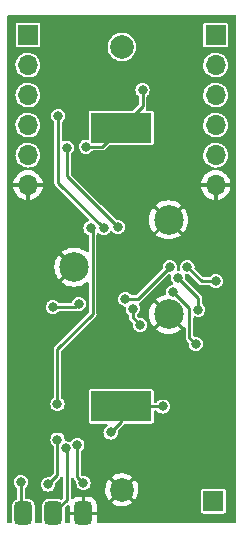
<source format=gbr>
%TF.GenerationSoftware,KiCad,Pcbnew,(6.0.0)*%
%TF.CreationDate,2022-02-07T22:14:36+01:00*%
%TF.ProjectId,LoraTrigger,4c6f7261-5472-4696-9767-65722e6b6963,rev?*%
%TF.SameCoordinates,Original*%
%TF.FileFunction,Copper,L2,Bot*%
%TF.FilePolarity,Positive*%
%FSLAX46Y46*%
G04 Gerber Fmt 4.6, Leading zero omitted, Abs format (unit mm)*
G04 Created by KiCad (PCBNEW (6.0.0)) date 2022-02-07 22:14:36*
%MOMM*%
%LPD*%
G01*
G04 APERTURE LIST*
G04 Aperture macros list*
%AMRoundRect*
0 Rectangle with rounded corners*
0 $1 Rounding radius*
0 $2 $3 $4 $5 $6 $7 $8 $9 X,Y pos of 4 corners*
0 Add a 4 corners polygon primitive as box body*
4,1,4,$2,$3,$4,$5,$6,$7,$8,$9,$2,$3,0*
0 Add four circle primitives for the rounded corners*
1,1,$1+$1,$2,$3*
1,1,$1+$1,$4,$5*
1,1,$1+$1,$6,$7*
1,1,$1+$1,$8,$9*
0 Add four rect primitives between the rounded corners*
20,1,$1+$1,$2,$3,$4,$5,0*
20,1,$1+$1,$4,$5,$6,$7,0*
20,1,$1+$1,$6,$7,$8,$9,0*
20,1,$1+$1,$8,$9,$2,$3,0*%
G04 Aperture macros list end*
%TA.AperFunction,ComponentPad*%
%ADD10R,1.700000X1.700000*%
%TD*%
%TA.AperFunction,ConnectorPad*%
%ADD11RoundRect,0.375000X-0.375000X-0.625000X0.375000X-0.625000X0.375000X0.625000X-0.375000X0.625000X0*%
%TD*%
%TA.AperFunction,ComponentPad*%
%ADD12C,2.000000*%
%TD*%
%TA.AperFunction,ComponentPad*%
%ADD13O,1.700000X1.700000*%
%TD*%
%TA.AperFunction,SMDPad,CuDef*%
%ADD14R,5.100000X2.500000*%
%TD*%
%TA.AperFunction,SMDPad,CuDef*%
%ADD15C,2.500000*%
%TD*%
%TA.AperFunction,ViaPad*%
%ADD16C,0.800000*%
%TD*%
%TA.AperFunction,Conductor*%
%ADD17C,0.250000*%
%TD*%
G04 APERTURE END LIST*
D10*
X116205000Y-80518000D03*
D11*
X100110000Y-81552000D03*
X102650000Y-81552000D03*
X105190000Y-81552000D03*
D12*
X108450000Y-42050000D03*
X108450000Y-79550000D03*
D10*
X100500000Y-41050000D03*
D13*
X100500000Y-43590000D03*
X100500000Y-46130000D03*
X100500000Y-48670000D03*
X100500000Y-51210000D03*
X100500000Y-53750000D03*
D10*
X116400000Y-41050000D03*
D13*
X116400000Y-43590000D03*
X116400000Y-46130000D03*
X116400000Y-48670000D03*
X116400000Y-51210000D03*
X116400000Y-53750000D03*
D14*
X108400000Y-72500000D03*
X108400000Y-48900000D03*
D15*
X112400000Y-56700000D03*
X112400000Y-64700000D03*
X104400000Y-60700000D03*
D16*
X112500000Y-60700000D03*
X108750682Y-63421897D03*
X102600000Y-64100000D03*
X104800701Y-63800701D03*
X112800000Y-62800000D03*
X114700000Y-67200000D03*
X109437701Y-46837701D03*
X100800000Y-61700000D03*
X102100000Y-59300000D03*
X114700000Y-48800000D03*
X109300000Y-44000000D03*
X101875500Y-77618230D03*
X114600000Y-75100000D03*
X103700000Y-42100000D03*
X114800000Y-44600000D03*
X117300000Y-56300000D03*
X107500000Y-74700000D03*
X111900000Y-72500000D03*
X110200000Y-45700000D03*
X105400000Y-50500000D03*
X99900000Y-78900000D03*
X103055718Y-47899248D03*
X106900000Y-57400000D03*
X103800000Y-50600000D03*
X108100000Y-57300000D03*
X109365347Y-64210055D03*
X105200000Y-79000000D03*
X104679236Y-75758471D03*
X110000000Y-65600000D03*
X116400000Y-61900000D03*
X114000000Y-60700000D03*
X113200000Y-61600000D03*
X114900000Y-64300000D03*
X103724500Y-76054246D03*
X103000000Y-72300000D03*
X102200000Y-79100000D03*
X103000000Y-75300000D03*
X105800000Y-57400000D03*
D17*
X112500000Y-60700000D02*
X109778103Y-63421897D01*
X109778103Y-63421897D02*
X108750682Y-63421897D01*
X104501402Y-64100000D02*
X104800701Y-63800701D01*
X102600000Y-64100000D02*
X104501402Y-64100000D01*
X114175499Y-64175499D02*
X114175499Y-66675499D01*
X112800000Y-62800000D02*
X114175499Y-64175499D01*
X114175499Y-66675499D02*
X114700000Y-67200000D01*
X100110000Y-81552000D02*
X99900000Y-81342000D01*
X108400000Y-72500000D02*
X108400000Y-73800000D01*
X106800000Y-50500000D02*
X105400000Y-50500000D01*
X108400000Y-72500000D02*
X111900000Y-72500000D01*
X108400000Y-48900000D02*
X106800000Y-50500000D01*
X99900000Y-81342000D02*
X99900000Y-78900000D01*
X110200000Y-47100000D02*
X110200000Y-45700000D01*
X108400000Y-73800000D02*
X107500000Y-74700000D01*
X108400000Y-48900000D02*
X110200000Y-47100000D01*
X103055718Y-53555718D02*
X103055718Y-47899248D01*
X106900000Y-57400000D02*
X103055718Y-53555718D01*
X108100000Y-57300000D02*
X103800000Y-53000000D01*
X103800000Y-53000000D02*
X103800000Y-50600000D01*
X109365347Y-64965347D02*
X110000000Y-65600000D01*
X104679236Y-78479236D02*
X104679236Y-75758471D01*
X109365347Y-64210055D02*
X109365347Y-64965347D01*
X105200000Y-79000000D02*
X104679236Y-78479236D01*
X115200000Y-61900000D02*
X116400000Y-61900000D01*
X114000000Y-60700000D02*
X115200000Y-61900000D01*
X113200000Y-61600000D02*
X114900000Y-63300000D01*
X114900000Y-63300000D02*
X114900000Y-64300000D01*
X103799502Y-80402498D02*
X103799502Y-76129248D01*
X102650000Y-81552000D02*
X103799502Y-80402498D01*
X103799502Y-76129248D02*
X103724500Y-76054246D01*
X103000000Y-78300000D02*
X103000000Y-75300000D01*
X102200000Y-79100000D02*
X103000000Y-78300000D01*
X105974511Y-57574511D02*
X105974511Y-64674511D01*
X105974511Y-64674511D02*
X103000000Y-67649022D01*
X105800000Y-57400000D02*
X105974511Y-57574511D01*
X103000000Y-67649022D02*
X103000000Y-72300000D01*
%TA.AperFunction,Conductor*%
G36*
X118092121Y-39336002D02*
G01*
X118138614Y-39389658D01*
X118150000Y-39442000D01*
X118150000Y-82274000D01*
X118129998Y-82342121D01*
X118076342Y-82388614D01*
X118024000Y-82400000D01*
X106465511Y-82400000D01*
X106397390Y-82379998D01*
X106350897Y-82326342D01*
X106342227Y-82266784D01*
X106339735Y-82266640D01*
X106339895Y-82263867D01*
X106340000Y-82260220D01*
X106340000Y-81720115D01*
X106335525Y-81704876D01*
X106334135Y-81703671D01*
X106326452Y-81702000D01*
X104058115Y-81702000D01*
X104042876Y-81706475D01*
X104041671Y-81707865D01*
X104040000Y-81715548D01*
X104040000Y-82260220D01*
X104040105Y-82263867D01*
X104040265Y-82266640D01*
X104037754Y-82266785D01*
X104028918Y-82326745D01*
X103982236Y-82380237D01*
X103914489Y-82400000D01*
X103719783Y-82400000D01*
X103651662Y-82379998D01*
X103605169Y-82326342D01*
X103594861Y-82257554D01*
X103599962Y-82218807D01*
X103599962Y-82218806D01*
X103600500Y-82214720D01*
X103600500Y-81114017D01*
X103620502Y-81045896D01*
X103637405Y-81024922D01*
X103824905Y-80837422D01*
X103887217Y-80803396D01*
X103958032Y-80808461D01*
X104014868Y-80851008D01*
X104039679Y-80917528D01*
X104040000Y-80926517D01*
X104040000Y-81383885D01*
X104044475Y-81399124D01*
X104045865Y-81400329D01*
X104053548Y-81402000D01*
X105021885Y-81402000D01*
X105037124Y-81397525D01*
X105038329Y-81396135D01*
X105040000Y-81388452D01*
X105040000Y-81383885D01*
X105340000Y-81383885D01*
X105344475Y-81399124D01*
X105345865Y-81400329D01*
X105353548Y-81402000D01*
X106321885Y-81402000D01*
X106337124Y-81397525D01*
X106338329Y-81396135D01*
X106340000Y-81388452D01*
X106340000Y-81387748D01*
X115154500Y-81387748D01*
X115155707Y-81393816D01*
X115157003Y-81400329D01*
X115166133Y-81446231D01*
X115210448Y-81512552D01*
X115276769Y-81556867D01*
X115288938Y-81559288D01*
X115288939Y-81559288D01*
X115329184Y-81567293D01*
X115335252Y-81568500D01*
X117074748Y-81568500D01*
X117080816Y-81567293D01*
X117121061Y-81559288D01*
X117121062Y-81559288D01*
X117133231Y-81556867D01*
X117199552Y-81512552D01*
X117243867Y-81446231D01*
X117252998Y-81400329D01*
X117254293Y-81393816D01*
X117255500Y-81387748D01*
X117255500Y-79648252D01*
X117248940Y-79615272D01*
X117246288Y-79601939D01*
X117246288Y-79601938D01*
X117243867Y-79589769D01*
X117199552Y-79523448D01*
X117133231Y-79479133D01*
X117121062Y-79476712D01*
X117121061Y-79476712D01*
X117080816Y-79468707D01*
X117074748Y-79467500D01*
X115335252Y-79467500D01*
X115329184Y-79468707D01*
X115288939Y-79476712D01*
X115288938Y-79476712D01*
X115276769Y-79479133D01*
X115210448Y-79523448D01*
X115166133Y-79589769D01*
X115163712Y-79601938D01*
X115163712Y-79601939D01*
X115161060Y-79615272D01*
X115154500Y-79648252D01*
X115154500Y-81387748D01*
X106340000Y-81387748D01*
X106340000Y-80843780D01*
X106339950Y-80842045D01*
X106338535Y-80832161D01*
X106302207Y-80674807D01*
X106297557Y-80661604D01*
X106287577Y-80640960D01*
X107577206Y-80640960D01*
X107584350Y-80651020D01*
X107640267Y-80697443D01*
X107648698Y-80703348D01*
X107838549Y-80814288D01*
X107847832Y-80818735D01*
X108053243Y-80897174D01*
X108063141Y-80900050D01*
X108278605Y-80943886D01*
X108288833Y-80945105D01*
X108508562Y-80953163D01*
X108518848Y-80952696D01*
X108736946Y-80924757D01*
X108747024Y-80922615D01*
X108957625Y-80859431D01*
X108967223Y-80855670D01*
X109164682Y-80758936D01*
X109173520Y-80753667D01*
X109315206Y-80652604D01*
X109323606Y-80641904D01*
X109316619Y-80628751D01*
X108462812Y-79774944D01*
X108448868Y-79767330D01*
X108447035Y-79767461D01*
X108440420Y-79771712D01*
X107584465Y-80627667D01*
X107577206Y-80640960D01*
X106287577Y-80640960D01*
X106228016Y-80517752D01*
X106220555Y-80505904D01*
X106120864Y-80381023D01*
X106110977Y-80371136D01*
X105986096Y-80271445D01*
X105974248Y-80263984D01*
X105830396Y-80194443D01*
X105817193Y-80189793D01*
X105659839Y-80153465D01*
X105649955Y-80152050D01*
X105648220Y-80152000D01*
X105358115Y-80152000D01*
X105342876Y-80156475D01*
X105341671Y-80157865D01*
X105340000Y-80165548D01*
X105340000Y-81383885D01*
X105040000Y-81383885D01*
X105040000Y-80170115D01*
X105035525Y-80154876D01*
X105034135Y-80153671D01*
X105026452Y-80152000D01*
X104731780Y-80152000D01*
X104730045Y-80152050D01*
X104720161Y-80153465D01*
X104562807Y-80189793D01*
X104549604Y-80194443D01*
X104405752Y-80263984D01*
X104393904Y-80271445D01*
X104329611Y-80322769D01*
X104263894Y-80349636D01*
X104194084Y-80336709D01*
X104142345Y-80288092D01*
X104125002Y-80224297D01*
X104125002Y-78631853D01*
X104145004Y-78563732D01*
X104198660Y-78517239D01*
X104268934Y-78507135D01*
X104333514Y-78536629D01*
X104367553Y-78586072D01*
X104368648Y-78592281D01*
X104374159Y-78601826D01*
X104375351Y-78605102D01*
X104376828Y-78608270D01*
X104379682Y-78618920D01*
X104386006Y-78627951D01*
X104401291Y-78649780D01*
X104407197Y-78659051D01*
X104414511Y-78671718D01*
X104426042Y-78691691D01*
X104454918Y-78715921D01*
X104463021Y-78723347D01*
X104567291Y-78827617D01*
X104601317Y-78889929D01*
X104603118Y-78933157D01*
X104594318Y-79000000D01*
X104614956Y-79156762D01*
X104675464Y-79302841D01*
X104771718Y-79428282D01*
X104897159Y-79524536D01*
X105043238Y-79585044D01*
X105200000Y-79605682D01*
X105208188Y-79604604D01*
X105348574Y-79586122D01*
X105356762Y-79585044D01*
X105502841Y-79524536D01*
X105507666Y-79520834D01*
X107045918Y-79520834D01*
X107058575Y-79740341D01*
X107060011Y-79750562D01*
X107108349Y-79965050D01*
X107111428Y-79974878D01*
X107194153Y-80178605D01*
X107198796Y-80187796D01*
X107313688Y-80375282D01*
X107319764Y-80383584D01*
X107347135Y-80415182D01*
X107360219Y-80423593D01*
X107370192Y-80417676D01*
X108225056Y-79562812D01*
X108231434Y-79551132D01*
X108667330Y-79551132D01*
X108667461Y-79552965D01*
X108671712Y-79559580D01*
X109529073Y-80416941D01*
X109541083Y-80423500D01*
X109552823Y-80414532D01*
X109651129Y-80277723D01*
X109656440Y-80268885D01*
X109753854Y-80071782D01*
X109757653Y-80062187D01*
X109821568Y-79851821D01*
X109823747Y-79841740D01*
X109852684Y-79621945D01*
X109853203Y-79615272D01*
X109854716Y-79553365D01*
X109854522Y-79546646D01*
X109836359Y-79325721D01*
X109834674Y-79315541D01*
X109781111Y-79102300D01*
X109777786Y-79092534D01*
X109690118Y-78890911D01*
X109685240Y-78881814D01*
X109565818Y-78697214D01*
X109559526Y-78689044D01*
X109554358Y-78683364D01*
X109540793Y-78675105D01*
X109540538Y-78675111D01*
X109531523Y-78680609D01*
X108674944Y-79537188D01*
X108667330Y-79551132D01*
X108231434Y-79551132D01*
X108232670Y-79548868D01*
X108232539Y-79547035D01*
X108228288Y-79540420D01*
X107369268Y-78681400D01*
X107357732Y-78675100D01*
X107345449Y-78684723D01*
X107231447Y-78851842D01*
X107226359Y-78860798D01*
X107133786Y-79060231D01*
X107130223Y-79069918D01*
X107071467Y-79281783D01*
X107069536Y-79291904D01*
X107046169Y-79510546D01*
X107045918Y-79520834D01*
X105507666Y-79520834D01*
X105628282Y-79428282D01*
X105724536Y-79302841D01*
X105785044Y-79156762D01*
X105805682Y-79000000D01*
X105785044Y-78843238D01*
X105724536Y-78697159D01*
X105628282Y-78571718D01*
X105617875Y-78563732D01*
X105545299Y-78508043D01*
X105502841Y-78475464D01*
X105464301Y-78459500D01*
X107577218Y-78459500D01*
X107583964Y-78471832D01*
X108437188Y-79325056D01*
X108451132Y-79332670D01*
X108452965Y-79332539D01*
X108459580Y-79328288D01*
X109315471Y-78472397D01*
X109322492Y-78459540D01*
X109314719Y-78448873D01*
X109231460Y-78383118D01*
X109222876Y-78377415D01*
X109030393Y-78271158D01*
X109020981Y-78266928D01*
X108813725Y-78193534D01*
X108803755Y-78190900D01*
X108587293Y-78152344D01*
X108577039Y-78151374D01*
X108357176Y-78148687D01*
X108346891Y-78149407D01*
X108129553Y-78182664D01*
X108119526Y-78185053D01*
X107910538Y-78253360D01*
X107901029Y-78257357D01*
X107706009Y-78358879D01*
X107697274Y-78364380D01*
X107585672Y-78448174D01*
X107577218Y-78459500D01*
X105464301Y-78459500D01*
X105356762Y-78414956D01*
X105342247Y-78413045D01*
X105208188Y-78395396D01*
X105200000Y-78394318D01*
X105147181Y-78401272D01*
X105077034Y-78390333D01*
X105023935Y-78343205D01*
X105004736Y-78276350D01*
X105004736Y-76327757D01*
X105024738Y-76259636D01*
X105054032Y-76227794D01*
X105100972Y-76191776D01*
X105107518Y-76186753D01*
X105203772Y-76061312D01*
X105264280Y-75915233D01*
X105284918Y-75758471D01*
X105264280Y-75601709D01*
X105203772Y-75455630D01*
X105107518Y-75330189D01*
X104982077Y-75233935D01*
X104835998Y-75173427D01*
X104679236Y-75152789D01*
X104522474Y-75173427D01*
X104376395Y-75233935D01*
X104250954Y-75330189D01*
X104154700Y-75455630D01*
X104151711Y-75462846D01*
X104100480Y-75511698D01*
X104030767Y-75525137D01*
X103994522Y-75516116D01*
X103888891Y-75472362D01*
X103881262Y-75469202D01*
X103724500Y-75448564D01*
X103724555Y-75448144D01*
X103661536Y-75429640D01*
X103615043Y-75375984D01*
X103606119Y-75316446D01*
X103604604Y-75316446D01*
X103604604Y-75308188D01*
X103605682Y-75300000D01*
X103585044Y-75143238D01*
X103524536Y-74997159D01*
X103428282Y-74871718D01*
X103302841Y-74775464D01*
X103156762Y-74714956D01*
X103000000Y-74694318D01*
X102843238Y-74714956D01*
X102697159Y-74775464D01*
X102571718Y-74871718D01*
X102475464Y-74997159D01*
X102414956Y-75143238D01*
X102394318Y-75300000D01*
X102414956Y-75456762D01*
X102475464Y-75602841D01*
X102571718Y-75728282D01*
X102578264Y-75733305D01*
X102625204Y-75769323D01*
X102667071Y-75826661D01*
X102674500Y-75869286D01*
X102674500Y-78112984D01*
X102654498Y-78181105D01*
X102637595Y-78202079D01*
X102372383Y-78467291D01*
X102310071Y-78501317D01*
X102266843Y-78503118D01*
X102200000Y-78494318D01*
X102043238Y-78514956D01*
X101897159Y-78575464D01*
X101771718Y-78671718D01*
X101675464Y-78797159D01*
X101614956Y-78943238D01*
X101594318Y-79100000D01*
X101614956Y-79256762D01*
X101675464Y-79402841D01*
X101771718Y-79528282D01*
X101778264Y-79533305D01*
X101787537Y-79540420D01*
X101897159Y-79624536D01*
X102043238Y-79685044D01*
X102200000Y-79705682D01*
X102208188Y-79704604D01*
X102348574Y-79686122D01*
X102356762Y-79685044D01*
X102502841Y-79624536D01*
X102612463Y-79540420D01*
X102621736Y-79533305D01*
X102628282Y-79528282D01*
X102724536Y-79402841D01*
X102785044Y-79256762D01*
X102805682Y-79100000D01*
X102796882Y-79033157D01*
X102807821Y-78963010D01*
X102832709Y-78927617D01*
X103216215Y-78544111D01*
X103224319Y-78536684D01*
X103244748Y-78519542D01*
X103253194Y-78512455D01*
X103255140Y-78509084D01*
X103310588Y-78472193D01*
X103381576Y-78471065D01*
X103441904Y-78508496D01*
X103472419Y-78572600D01*
X103474002Y-78592510D01*
X103474002Y-80215481D01*
X103454000Y-80283602D01*
X103437097Y-80304576D01*
X103376277Y-80365396D01*
X103313965Y-80399422D01*
X103238964Y-80392710D01*
X103182865Y-80369473D01*
X103175236Y-80366313D01*
X103167048Y-80365235D01*
X103066807Y-80352038D01*
X103066806Y-80352038D01*
X103062720Y-80351500D01*
X102237280Y-80351500D01*
X102233194Y-80352038D01*
X102233193Y-80352038D01*
X102132952Y-80365235D01*
X102124764Y-80366313D01*
X101984767Y-80424302D01*
X101864549Y-80516549D01*
X101772302Y-80636767D01*
X101714313Y-80776764D01*
X101699500Y-80889280D01*
X101699500Y-82214720D01*
X101700038Y-82218806D01*
X101700038Y-82218807D01*
X101705139Y-82257554D01*
X101694199Y-82327703D01*
X101647071Y-82380801D01*
X101580217Y-82400000D01*
X101179783Y-82400000D01*
X101111662Y-82379998D01*
X101065169Y-82326342D01*
X101054861Y-82257554D01*
X101059962Y-82218807D01*
X101059962Y-82218806D01*
X101060500Y-82214720D01*
X101060500Y-80889280D01*
X101045687Y-80776764D01*
X100987698Y-80636767D01*
X100895451Y-80516549D01*
X100775233Y-80424302D01*
X100635236Y-80366313D01*
X100627048Y-80365235D01*
X100526807Y-80352038D01*
X100526806Y-80352038D01*
X100522720Y-80351500D01*
X100351500Y-80351500D01*
X100283379Y-80331498D01*
X100236886Y-80277842D01*
X100225500Y-80225500D01*
X100225500Y-79469286D01*
X100245502Y-79401165D01*
X100274796Y-79369323D01*
X100321736Y-79333305D01*
X100328282Y-79328282D01*
X100338059Y-79315541D01*
X100419509Y-79209392D01*
X100424536Y-79202841D01*
X100485044Y-79056762D01*
X100505682Y-78900000D01*
X100485044Y-78743238D01*
X100424536Y-78597159D01*
X100328282Y-78471718D01*
X100202841Y-78375464D01*
X100056762Y-78314956D01*
X99900000Y-78294318D01*
X99743238Y-78314956D01*
X99597159Y-78375464D01*
X99471718Y-78471718D01*
X99375464Y-78597159D01*
X99314956Y-78743238D01*
X99294318Y-78900000D01*
X99314956Y-79056762D01*
X99375464Y-79202841D01*
X99380491Y-79209392D01*
X99461942Y-79315541D01*
X99471718Y-79328282D01*
X99478264Y-79333305D01*
X99525204Y-79369323D01*
X99567071Y-79426661D01*
X99574500Y-79469286D01*
X99574500Y-80286374D01*
X99554498Y-80354495D01*
X99496718Y-80402783D01*
X99480305Y-80409582D01*
X99444767Y-80424302D01*
X99324549Y-80516549D01*
X99232302Y-80636767D01*
X99174313Y-80776764D01*
X99159500Y-80889280D01*
X99159500Y-82214720D01*
X99160038Y-82218806D01*
X99160038Y-82218807D01*
X99165139Y-82257554D01*
X99154199Y-82327703D01*
X99107071Y-82380801D01*
X99040217Y-82400000D01*
X98876000Y-82400000D01*
X98807879Y-82379998D01*
X98761386Y-82326342D01*
X98750000Y-82274000D01*
X98750000Y-73769748D01*
X105649500Y-73769748D01*
X105661133Y-73828231D01*
X105705448Y-73894552D01*
X105771769Y-73938867D01*
X105783938Y-73941288D01*
X105783939Y-73941288D01*
X105824184Y-73949293D01*
X105830252Y-73950500D01*
X107119153Y-73950500D01*
X107187274Y-73970502D01*
X107233767Y-74024158D01*
X107243871Y-74094432D01*
X107214377Y-74159012D01*
X107195857Y-74176463D01*
X107071718Y-74271718D01*
X106975464Y-74397159D01*
X106914956Y-74543238D01*
X106894318Y-74700000D01*
X106914956Y-74856762D01*
X106975464Y-75002841D01*
X107071718Y-75128282D01*
X107197159Y-75224536D01*
X107343238Y-75285044D01*
X107500000Y-75305682D01*
X107508188Y-75304604D01*
X107648574Y-75286122D01*
X107656762Y-75285044D01*
X107802841Y-75224536D01*
X107928282Y-75128282D01*
X108024536Y-75002841D01*
X108085044Y-74856762D01*
X108105682Y-74700000D01*
X108096882Y-74633158D01*
X108107821Y-74563011D01*
X108132709Y-74527617D01*
X108616228Y-74044099D01*
X108624332Y-74036673D01*
X108644750Y-74019540D01*
X108653194Y-74012455D01*
X108658705Y-74002910D01*
X108664916Y-73995508D01*
X108724026Y-73956182D01*
X108761437Y-73950500D01*
X110969748Y-73950500D01*
X110975816Y-73949293D01*
X111016061Y-73941288D01*
X111016062Y-73941288D01*
X111028231Y-73938867D01*
X111094552Y-73894552D01*
X111138867Y-73828231D01*
X111150500Y-73769748D01*
X111150500Y-72951500D01*
X111170502Y-72883379D01*
X111224158Y-72836886D01*
X111276500Y-72825500D01*
X111330714Y-72825500D01*
X111398835Y-72845502D01*
X111430677Y-72874796D01*
X111471718Y-72928282D01*
X111597159Y-73024536D01*
X111743238Y-73085044D01*
X111900000Y-73105682D01*
X111908188Y-73104604D01*
X112048574Y-73086122D01*
X112056762Y-73085044D01*
X112202841Y-73024536D01*
X112328282Y-72928282D01*
X112424536Y-72802841D01*
X112485044Y-72656762D01*
X112505682Y-72500000D01*
X112485044Y-72343238D01*
X112424536Y-72197159D01*
X112328282Y-72071718D01*
X112202841Y-71975464D01*
X112056762Y-71914956D01*
X111900000Y-71894318D01*
X111743238Y-71914956D01*
X111597159Y-71975464D01*
X111471718Y-72071718D01*
X111466695Y-72078264D01*
X111430677Y-72125204D01*
X111373339Y-72167071D01*
X111330714Y-72174500D01*
X111276500Y-72174500D01*
X111208379Y-72154498D01*
X111161886Y-72100842D01*
X111150500Y-72048500D01*
X111150500Y-71230252D01*
X111138867Y-71171769D01*
X111094552Y-71105448D01*
X111028231Y-71061133D01*
X111016062Y-71058712D01*
X111016061Y-71058712D01*
X110975816Y-71050707D01*
X110969748Y-71049500D01*
X105830252Y-71049500D01*
X105824184Y-71050707D01*
X105783939Y-71058712D01*
X105783938Y-71058712D01*
X105771769Y-71061133D01*
X105705448Y-71105448D01*
X105661133Y-71171769D01*
X105649500Y-71230252D01*
X105649500Y-73769748D01*
X98750000Y-73769748D01*
X98750000Y-72300000D01*
X102394318Y-72300000D01*
X102414956Y-72456762D01*
X102475464Y-72602841D01*
X102571718Y-72728282D01*
X102697159Y-72824536D01*
X102843238Y-72885044D01*
X103000000Y-72905682D01*
X103008188Y-72904604D01*
X103148574Y-72886122D01*
X103156762Y-72885044D01*
X103302841Y-72824536D01*
X103428282Y-72728282D01*
X103524536Y-72602841D01*
X103585044Y-72456762D01*
X103605682Y-72300000D01*
X103585044Y-72143238D01*
X103524536Y-71997159D01*
X103428282Y-71871718D01*
X103374796Y-71830677D01*
X103332929Y-71773339D01*
X103325500Y-71730714D01*
X103325500Y-67836038D01*
X103345502Y-67767917D01*
X103362405Y-67746943D01*
X106190726Y-64918622D01*
X106198830Y-64911195D01*
X106219260Y-64894052D01*
X106227705Y-64886966D01*
X106244045Y-64858664D01*
X106246550Y-64854326D01*
X106252456Y-64845055D01*
X106267741Y-64823226D01*
X106274065Y-64814195D01*
X106276919Y-64803545D01*
X106278396Y-64800377D01*
X106279588Y-64797101D01*
X106285099Y-64787556D01*
X106291641Y-64750453D01*
X106294020Y-64739721D01*
X106295320Y-64734871D01*
X106303775Y-64703318D01*
X106302177Y-64685044D01*
X106300490Y-64665768D01*
X106300011Y-64654787D01*
X106300011Y-63421897D01*
X108145000Y-63421897D01*
X108165638Y-63578659D01*
X108226146Y-63724738D01*
X108284434Y-63800701D01*
X108312103Y-63836759D01*
X108322400Y-63850179D01*
X108447841Y-63946433D01*
X108593920Y-64006941D01*
X108658204Y-64015404D01*
X108723131Y-64044126D01*
X108762223Y-64103391D01*
X108766680Y-64156771D01*
X108759665Y-64210055D01*
X108780303Y-64366817D01*
X108840811Y-64512896D01*
X108937065Y-64638337D01*
X108943611Y-64643360D01*
X108990551Y-64679378D01*
X109032418Y-64736716D01*
X109039847Y-64779341D01*
X109039847Y-64945637D01*
X109039367Y-64956619D01*
X109036083Y-64994154D01*
X109042504Y-65018116D01*
X109045838Y-65030557D01*
X109048217Y-65041289D01*
X109054759Y-65078392D01*
X109060270Y-65087937D01*
X109061462Y-65091213D01*
X109062939Y-65094381D01*
X109065793Y-65105031D01*
X109072117Y-65114062D01*
X109087402Y-65135891D01*
X109093308Y-65145162D01*
X109106640Y-65168253D01*
X109112153Y-65177802D01*
X109120598Y-65184888D01*
X109141029Y-65202032D01*
X109149132Y-65209458D01*
X109367291Y-65427617D01*
X109401317Y-65489929D01*
X109403118Y-65533157D01*
X109394318Y-65600000D01*
X109395396Y-65608188D01*
X109413351Y-65744567D01*
X109414956Y-65756762D01*
X109475464Y-65902841D01*
X109571718Y-66028282D01*
X109697159Y-66124536D01*
X109843238Y-66185044D01*
X110000000Y-66205682D01*
X110008188Y-66204604D01*
X110148574Y-66186122D01*
X110156762Y-66185044D01*
X110302841Y-66124536D01*
X110428282Y-66028282D01*
X110473941Y-65968778D01*
X111349499Y-65968778D01*
X111356286Y-65978479D01*
X111423390Y-66035790D01*
X111431372Y-66041590D01*
X111644379Y-66172121D01*
X111653173Y-66176602D01*
X111883972Y-66272202D01*
X111893357Y-66275251D01*
X112136272Y-66333570D01*
X112146019Y-66335113D01*
X112395070Y-66354714D01*
X112404930Y-66354714D01*
X112653981Y-66335113D01*
X112663728Y-66333570D01*
X112906643Y-66275251D01*
X112916028Y-66272202D01*
X113146827Y-66176602D01*
X113155621Y-66172121D01*
X113368628Y-66041590D01*
X113376610Y-66035790D01*
X113442144Y-65979820D01*
X113450574Y-65966906D01*
X113444567Y-65956699D01*
X112412812Y-64924944D01*
X112398868Y-64917330D01*
X112397035Y-64917461D01*
X112390420Y-64921712D01*
X111356891Y-65955241D01*
X111349499Y-65968778D01*
X110473941Y-65968778D01*
X110524536Y-65902841D01*
X110585044Y-65756762D01*
X110586650Y-65744567D01*
X110604604Y-65608188D01*
X110605682Y-65600000D01*
X110585044Y-65443238D01*
X110524536Y-65297159D01*
X110428282Y-65171718D01*
X110302841Y-65075464D01*
X110156762Y-65014956D01*
X110000000Y-64994318D01*
X109933157Y-65003118D01*
X109863010Y-64992179D01*
X109827617Y-64967291D01*
X109728324Y-64867998D01*
X109694298Y-64805686D01*
X109699363Y-64734871D01*
X109721499Y-64704930D01*
X110745286Y-64704930D01*
X110764887Y-64953981D01*
X110766430Y-64963728D01*
X110824749Y-65206643D01*
X110827798Y-65216028D01*
X110923398Y-65446827D01*
X110927879Y-65455621D01*
X111058410Y-65668628D01*
X111064210Y-65676610D01*
X111120180Y-65742144D01*
X111133094Y-65750574D01*
X111143301Y-65744567D01*
X112175056Y-64712812D01*
X112182670Y-64698868D01*
X112182539Y-64697035D01*
X112178288Y-64690420D01*
X111144759Y-63656891D01*
X111131222Y-63649499D01*
X111121521Y-63656286D01*
X111064210Y-63723390D01*
X111058410Y-63731372D01*
X110927879Y-63944379D01*
X110923398Y-63953173D01*
X110827798Y-64183972D01*
X110824749Y-64193357D01*
X110766430Y-64436272D01*
X110764887Y-64446019D01*
X110745286Y-64695070D01*
X110745286Y-64704930D01*
X109721499Y-64704930D01*
X109740714Y-64678941D01*
X109787082Y-64643361D01*
X109787083Y-64643360D01*
X109793629Y-64638337D01*
X109889883Y-64512896D01*
X109950391Y-64366817D01*
X109971029Y-64210055D01*
X109957006Y-64103542D01*
X109951469Y-64061481D01*
X109950391Y-64053293D01*
X109889883Y-63907214D01*
X109884856Y-63900662D01*
X109880726Y-63893509D01*
X109882563Y-63892449D01*
X109861035Y-63836759D01*
X109875301Y-63767210D01*
X109918706Y-63722761D01*
X109917788Y-63721450D01*
X109918067Y-63721255D01*
X109948647Y-63699842D01*
X109957918Y-63693936D01*
X109981009Y-63680604D01*
X109990558Y-63675091D01*
X110014788Y-63646214D01*
X110022214Y-63638112D01*
X112327617Y-61332709D01*
X112389929Y-61298683D01*
X112433157Y-61296882D01*
X112500000Y-61305682D01*
X112499747Y-61307603D01*
X112557653Y-61324606D01*
X112604146Y-61378262D01*
X112614454Y-61447050D01*
X112610345Y-61478264D01*
X112594318Y-61600000D01*
X112595396Y-61608188D01*
X112613351Y-61744567D01*
X112614956Y-61756762D01*
X112675464Y-61902841D01*
X112680491Y-61909392D01*
X112680493Y-61909396D01*
X112757172Y-62009327D01*
X112782772Y-62075547D01*
X112768507Y-62145096D01*
X112718906Y-62195891D01*
X112673654Y-62210952D01*
X112643238Y-62214956D01*
X112497159Y-62275464D01*
X112371718Y-62371718D01*
X112275464Y-62497159D01*
X112214956Y-62643238D01*
X112194318Y-62800000D01*
X112211229Y-62928446D01*
X112211733Y-62932277D01*
X112200794Y-63002426D01*
X112153666Y-63055525D01*
X112116225Y-63071243D01*
X111893357Y-63124749D01*
X111883972Y-63127798D01*
X111653173Y-63223398D01*
X111644379Y-63227879D01*
X111431372Y-63358410D01*
X111423390Y-63364210D01*
X111357856Y-63420180D01*
X111349426Y-63433094D01*
X111355433Y-63443301D01*
X113655241Y-65743109D01*
X113669185Y-65750723D01*
X113691091Y-65749157D01*
X113719054Y-65739739D01*
X113787907Y-65757052D01*
X113836470Y-65808842D01*
X113849999Y-65865642D01*
X113849999Y-66655789D01*
X113849519Y-66666771D01*
X113848319Y-66680491D01*
X113846235Y-66704306D01*
X113849089Y-66714955D01*
X113855990Y-66740709D01*
X113858369Y-66751441D01*
X113864911Y-66788544D01*
X113870422Y-66798089D01*
X113871614Y-66801365D01*
X113873091Y-66804533D01*
X113875945Y-66815183D01*
X113882269Y-66824214D01*
X113897554Y-66846043D01*
X113903460Y-66855314D01*
X113916792Y-66878405D01*
X113922305Y-66887954D01*
X113930750Y-66895040D01*
X113951180Y-66912183D01*
X113959284Y-66919610D01*
X114067291Y-67027617D01*
X114101317Y-67089929D01*
X114103118Y-67133157D01*
X114094318Y-67200000D01*
X114114956Y-67356762D01*
X114175464Y-67502841D01*
X114271718Y-67628282D01*
X114397159Y-67724536D01*
X114543238Y-67785044D01*
X114700000Y-67805682D01*
X114708188Y-67804604D01*
X114848574Y-67786122D01*
X114856762Y-67785044D01*
X115002841Y-67724536D01*
X115128282Y-67628282D01*
X115224536Y-67502841D01*
X115285044Y-67356762D01*
X115305682Y-67200000D01*
X115285044Y-67043238D01*
X115224536Y-66897159D01*
X115128282Y-66771718D01*
X115002841Y-66675464D01*
X114856762Y-66614956D01*
X114700000Y-66594318D01*
X114643444Y-66601764D01*
X114573297Y-66590825D01*
X114520198Y-66543697D01*
X114500999Y-66476842D01*
X114500999Y-64973278D01*
X114521001Y-64905157D01*
X114574657Y-64858664D01*
X114644931Y-64848560D01*
X114675217Y-64856869D01*
X114735608Y-64881884D01*
X114735611Y-64881885D01*
X114743238Y-64885044D01*
X114900000Y-64905682D01*
X114908188Y-64904604D01*
X115048574Y-64886122D01*
X115056762Y-64885044D01*
X115202841Y-64824536D01*
X115328282Y-64728282D01*
X115336783Y-64717204D01*
X115366143Y-64678941D01*
X115424536Y-64602841D01*
X115485044Y-64456762D01*
X115491677Y-64406383D01*
X115501943Y-64328397D01*
X115505682Y-64300000D01*
X115485044Y-64143238D01*
X115424536Y-63997159D01*
X115328282Y-63871718D01*
X115319650Y-63865094D01*
X115274796Y-63830677D01*
X115232929Y-63773339D01*
X115225500Y-63730714D01*
X115225500Y-63319710D01*
X115225980Y-63308728D01*
X115228303Y-63282180D01*
X115228303Y-63282178D01*
X115229264Y-63271193D01*
X115219508Y-63234785D01*
X115217130Y-63224058D01*
X115216206Y-63218817D01*
X115210588Y-63186955D01*
X115205077Y-63177410D01*
X115203885Y-63174134D01*
X115202408Y-63170966D01*
X115199554Y-63160316D01*
X115177945Y-63129456D01*
X115172039Y-63120185D01*
X115158707Y-63097094D01*
X115153194Y-63087545D01*
X115124317Y-63063315D01*
X115116215Y-63055889D01*
X113832709Y-61772383D01*
X113798683Y-61710071D01*
X113796882Y-61666842D01*
X113804604Y-61608188D01*
X113805682Y-61600000D01*
X113785044Y-61443238D01*
X113786873Y-61442997D01*
X113788317Y-61382334D01*
X113828112Y-61323539D01*
X113893377Y-61295592D01*
X113924779Y-61295779D01*
X114000000Y-61305682D01*
X114066842Y-61296882D01*
X114136989Y-61307821D01*
X114172383Y-61332709D01*
X114568119Y-61728446D01*
X114955901Y-62116228D01*
X114963327Y-62124331D01*
X114987545Y-62153194D01*
X114997088Y-62158704D01*
X114997092Y-62158707D01*
X115020179Y-62172036D01*
X115029448Y-62177940D01*
X115060316Y-62199554D01*
X115070964Y-62202407D01*
X115074135Y-62203886D01*
X115077411Y-62205078D01*
X115086955Y-62210588D01*
X115124076Y-62217134D01*
X115134783Y-62219508D01*
X115171193Y-62229263D01*
X115182168Y-62228303D01*
X115182170Y-62228303D01*
X115208731Y-62225979D01*
X115219712Y-62225500D01*
X115830714Y-62225500D01*
X115898835Y-62245502D01*
X115930677Y-62274796D01*
X115971718Y-62328282D01*
X116097159Y-62424536D01*
X116243238Y-62485044D01*
X116400000Y-62505682D01*
X116408188Y-62504604D01*
X116548574Y-62486122D01*
X116556762Y-62485044D01*
X116702841Y-62424536D01*
X116828282Y-62328282D01*
X116924536Y-62202841D01*
X116985044Y-62056762D01*
X117005682Y-61900000D01*
X116985044Y-61743238D01*
X116924536Y-61597159D01*
X116828282Y-61471718D01*
X116702841Y-61375464D01*
X116556762Y-61314956D01*
X116400000Y-61294318D01*
X116243238Y-61314956D01*
X116097159Y-61375464D01*
X115971718Y-61471718D01*
X115966695Y-61478264D01*
X115930677Y-61525204D01*
X115873339Y-61567071D01*
X115830714Y-61574500D01*
X115387018Y-61574500D01*
X115318897Y-61554498D01*
X115297923Y-61537596D01*
X114632709Y-60872383D01*
X114598684Y-60810070D01*
X114596882Y-60766840D01*
X114604604Y-60708187D01*
X114605682Y-60700000D01*
X114585044Y-60543238D01*
X114524536Y-60397159D01*
X114428282Y-60271718D01*
X114302841Y-60175464D01*
X114156762Y-60114956D01*
X114000000Y-60094318D01*
X113843238Y-60114956D01*
X113697159Y-60175464D01*
X113571718Y-60271718D01*
X113475464Y-60397159D01*
X113414956Y-60543238D01*
X113394318Y-60700000D01*
X113395396Y-60708187D01*
X113395396Y-60708188D01*
X113414956Y-60856762D01*
X113413127Y-60857003D01*
X113411683Y-60917666D01*
X113371888Y-60976461D01*
X113306623Y-61004408D01*
X113275221Y-61004221D01*
X113200000Y-60994318D01*
X113200253Y-60992397D01*
X113142347Y-60975394D01*
X113095854Y-60921738D01*
X113085546Y-60852950D01*
X113104604Y-60708188D01*
X113104604Y-60708187D01*
X113105682Y-60700000D01*
X113085044Y-60543238D01*
X113024536Y-60397159D01*
X112928282Y-60271718D01*
X112802841Y-60175464D01*
X112656762Y-60114956D01*
X112500000Y-60094318D01*
X112343238Y-60114956D01*
X112197159Y-60175464D01*
X112071718Y-60271718D01*
X111975464Y-60397159D01*
X111914956Y-60543238D01*
X111894318Y-60700000D01*
X111895396Y-60708187D01*
X111895396Y-60708188D01*
X111903118Y-60766842D01*
X111892179Y-60836990D01*
X111867291Y-60872383D01*
X109680182Y-63059492D01*
X109617870Y-63093518D01*
X109591087Y-63096397D01*
X109319968Y-63096397D01*
X109251847Y-63076395D01*
X109220005Y-63047101D01*
X109183987Y-63000161D01*
X109178964Y-62993615D01*
X109053523Y-62897361D01*
X108907444Y-62836853D01*
X108750682Y-62816215D01*
X108593920Y-62836853D01*
X108447841Y-62897361D01*
X108322400Y-62993615D01*
X108226146Y-63119056D01*
X108165638Y-63265135D01*
X108145000Y-63421897D01*
X106300011Y-63421897D01*
X106300011Y-57952030D01*
X106320013Y-57883909D01*
X106373669Y-57837416D01*
X106443943Y-57827312D01*
X106502716Y-57852067D01*
X106597159Y-57924536D01*
X106743238Y-57985044D01*
X106900000Y-58005682D01*
X106908188Y-58004604D01*
X107048574Y-57986122D01*
X107056762Y-57985044D01*
X107096032Y-57968778D01*
X111349499Y-57968778D01*
X111356286Y-57978479D01*
X111423390Y-58035790D01*
X111431372Y-58041590D01*
X111644379Y-58172121D01*
X111653173Y-58176602D01*
X111883972Y-58272202D01*
X111893357Y-58275251D01*
X112136272Y-58333570D01*
X112146019Y-58335113D01*
X112395070Y-58354714D01*
X112404930Y-58354714D01*
X112653981Y-58335113D01*
X112663728Y-58333570D01*
X112906643Y-58275251D01*
X112916028Y-58272202D01*
X113146827Y-58176602D01*
X113155621Y-58172121D01*
X113368628Y-58041590D01*
X113376610Y-58035790D01*
X113442144Y-57979820D01*
X113450574Y-57966906D01*
X113444567Y-57956699D01*
X112412812Y-56924944D01*
X112398868Y-56917330D01*
X112397035Y-56917461D01*
X112390420Y-56921712D01*
X111356891Y-57955241D01*
X111349499Y-57968778D01*
X107096032Y-57968778D01*
X107202841Y-57924536D01*
X107328282Y-57828282D01*
X107424536Y-57702841D01*
X107427478Y-57695739D01*
X107478669Y-57646927D01*
X107548382Y-57633489D01*
X107614293Y-57659875D01*
X107636370Y-57682216D01*
X107666692Y-57721733D01*
X107666695Y-57721736D01*
X107671718Y-57728282D01*
X107797159Y-57824536D01*
X107943238Y-57885044D01*
X108100000Y-57905682D01*
X108108188Y-57904604D01*
X108248574Y-57886122D01*
X108256762Y-57885044D01*
X108402841Y-57824536D01*
X108528282Y-57728282D01*
X108624536Y-57602841D01*
X108685044Y-57456762D01*
X108705682Y-57300000D01*
X108685044Y-57143238D01*
X108624536Y-56997159D01*
X108528282Y-56871718D01*
X108402841Y-56775464D01*
X108256762Y-56714956D01*
X108180607Y-56704930D01*
X110745286Y-56704930D01*
X110764887Y-56953981D01*
X110766430Y-56963728D01*
X110824749Y-57206643D01*
X110827798Y-57216028D01*
X110923398Y-57446827D01*
X110927879Y-57455621D01*
X111058410Y-57668628D01*
X111064210Y-57676610D01*
X111120180Y-57742144D01*
X111133094Y-57750574D01*
X111143301Y-57744567D01*
X112175056Y-56712812D01*
X112181434Y-56701132D01*
X112617330Y-56701132D01*
X112617461Y-56702965D01*
X112621712Y-56709580D01*
X113655241Y-57743109D01*
X113668778Y-57750501D01*
X113678479Y-57743714D01*
X113735790Y-57676610D01*
X113741590Y-57668628D01*
X113872121Y-57455621D01*
X113876602Y-57446827D01*
X113972202Y-57216028D01*
X113975251Y-57206643D01*
X114033570Y-56963728D01*
X114035113Y-56953981D01*
X114054714Y-56704930D01*
X114054714Y-56695070D01*
X114035113Y-56446019D01*
X114033570Y-56436272D01*
X113975251Y-56193357D01*
X113972202Y-56183972D01*
X113876602Y-55953173D01*
X113872121Y-55944379D01*
X113741590Y-55731372D01*
X113735790Y-55723390D01*
X113679820Y-55657856D01*
X113666906Y-55649426D01*
X113656699Y-55655433D01*
X112624944Y-56687188D01*
X112617330Y-56701132D01*
X112181434Y-56701132D01*
X112182670Y-56698868D01*
X112182539Y-56697035D01*
X112178288Y-56690420D01*
X111144759Y-55656891D01*
X111131222Y-55649499D01*
X111121521Y-55656286D01*
X111064210Y-55723390D01*
X111058410Y-55731372D01*
X110927879Y-55944379D01*
X110923398Y-55953173D01*
X110827798Y-56183972D01*
X110824749Y-56193357D01*
X110766430Y-56436272D01*
X110764887Y-56446019D01*
X110745286Y-56695070D01*
X110745286Y-56704930D01*
X108180607Y-56704930D01*
X108100000Y-56694318D01*
X108033159Y-56703118D01*
X107963011Y-56692179D01*
X107927618Y-56667291D01*
X106693421Y-55433094D01*
X111349426Y-55433094D01*
X111355433Y-55443301D01*
X112387188Y-56475056D01*
X112401132Y-56482670D01*
X112402965Y-56482539D01*
X112409580Y-56478288D01*
X113443109Y-55444759D01*
X113450501Y-55431222D01*
X113443714Y-55421521D01*
X113376610Y-55364210D01*
X113368628Y-55358410D01*
X113155621Y-55227879D01*
X113146827Y-55223398D01*
X112916028Y-55127798D01*
X112906643Y-55124749D01*
X112663728Y-55066430D01*
X112653981Y-55064887D01*
X112404930Y-55045286D01*
X112395070Y-55045286D01*
X112146019Y-55064887D01*
X112136272Y-55066430D01*
X111893357Y-55124749D01*
X111883972Y-55127798D01*
X111653173Y-55223398D01*
X111644379Y-55227879D01*
X111431372Y-55358410D01*
X111423390Y-55364210D01*
X111357856Y-55420180D01*
X111349426Y-55433094D01*
X106693421Y-55433094D01*
X105176599Y-53916273D01*
X115159772Y-53916273D01*
X115163809Y-53962411D01*
X115165710Y-53973197D01*
X115219474Y-54173848D01*
X115223220Y-54184140D01*
X115311007Y-54372400D01*
X115316490Y-54381896D01*
X115435628Y-54552043D01*
X115442684Y-54560451D01*
X115589549Y-54707316D01*
X115597957Y-54714372D01*
X115768104Y-54833510D01*
X115777599Y-54838993D01*
X115965860Y-54926780D01*
X115976152Y-54930526D01*
X116176803Y-54984290D01*
X116187589Y-54986191D01*
X116231952Y-54990073D01*
X116246901Y-54987069D01*
X116250000Y-54975317D01*
X116250000Y-54973537D01*
X116550000Y-54973537D01*
X116554295Y-54988165D01*
X116566273Y-54990228D01*
X116612411Y-54986191D01*
X116623197Y-54984290D01*
X116823848Y-54930526D01*
X116834140Y-54926780D01*
X117022401Y-54838993D01*
X117031896Y-54833510D01*
X117202043Y-54714372D01*
X117210451Y-54707316D01*
X117357316Y-54560451D01*
X117364372Y-54552043D01*
X117483510Y-54381896D01*
X117488993Y-54372400D01*
X117576780Y-54184140D01*
X117580526Y-54173848D01*
X117634290Y-53973197D01*
X117636191Y-53962411D01*
X117640073Y-53918048D01*
X117637069Y-53903099D01*
X117625317Y-53900000D01*
X116568115Y-53900000D01*
X116552876Y-53904475D01*
X116551671Y-53905865D01*
X116550000Y-53913548D01*
X116550000Y-54973537D01*
X116250000Y-54973537D01*
X116250000Y-53918115D01*
X116245525Y-53902876D01*
X116244135Y-53901671D01*
X116236452Y-53900000D01*
X115176463Y-53900000D01*
X115161835Y-53904295D01*
X115159772Y-53916273D01*
X105176599Y-53916273D01*
X104842278Y-53581952D01*
X115159927Y-53581952D01*
X115162931Y-53596901D01*
X115174683Y-53600000D01*
X117623537Y-53600000D01*
X117638165Y-53595705D01*
X117640228Y-53583727D01*
X117636191Y-53537589D01*
X117634290Y-53526803D01*
X117580526Y-53326152D01*
X117576780Y-53315860D01*
X117488993Y-53127600D01*
X117483510Y-53118104D01*
X117364372Y-52947957D01*
X117357316Y-52939549D01*
X117210451Y-52792684D01*
X117202043Y-52785628D01*
X117031896Y-52666490D01*
X117022401Y-52661007D01*
X116834140Y-52573220D01*
X116823848Y-52569474D01*
X116623204Y-52515712D01*
X116612397Y-52513807D01*
X116518429Y-52505585D01*
X116452311Y-52479722D01*
X116410671Y-52422218D01*
X116406731Y-52351331D01*
X116441741Y-52289567D01*
X116504585Y-52256535D01*
X116519741Y-52254437D01*
X116539436Y-52252921D01*
X116577159Y-52250019D01*
X116577164Y-52250018D01*
X116583300Y-52249546D01*
X116589230Y-52247890D01*
X116589232Y-52247890D01*
X116775797Y-52195800D01*
X116775796Y-52195800D01*
X116781725Y-52194145D01*
X116787214Y-52191372D01*
X116787220Y-52191370D01*
X116960116Y-52104033D01*
X116965610Y-52101258D01*
X117127951Y-51974424D01*
X117262564Y-51818472D01*
X117283387Y-51781818D01*
X117361276Y-51644707D01*
X117364323Y-51639344D01*
X117429351Y-51443863D01*
X117455171Y-51239474D01*
X117455583Y-51210000D01*
X117435480Y-51004970D01*
X117375935Y-50807749D01*
X117279218Y-50625849D01*
X117169900Y-50491812D01*
X117152906Y-50470975D01*
X117152903Y-50470972D01*
X117149011Y-50466200D01*
X117131786Y-50451950D01*
X116995025Y-50338811D01*
X116995021Y-50338809D01*
X116990275Y-50334882D01*
X116809055Y-50236897D01*
X116612254Y-50175977D01*
X116606129Y-50175333D01*
X116606128Y-50175333D01*
X116413498Y-50155087D01*
X116413496Y-50155087D01*
X116407369Y-50154443D01*
X116320529Y-50162346D01*
X116208342Y-50172555D01*
X116208339Y-50172556D01*
X116202203Y-50173114D01*
X116004572Y-50231280D01*
X115822002Y-50326726D01*
X115817201Y-50330586D01*
X115817198Y-50330588D01*
X115791281Y-50351426D01*
X115661447Y-50455815D01*
X115529024Y-50613630D01*
X115526056Y-50619028D01*
X115526053Y-50619033D01*
X115470486Y-50720110D01*
X115429776Y-50794162D01*
X115367484Y-50990532D01*
X115366798Y-50996649D01*
X115366797Y-50996653D01*
X115354689Y-51104604D01*
X115344520Y-51195262D01*
X115361759Y-51400553D01*
X115418544Y-51598586D01*
X115421359Y-51604063D01*
X115421360Y-51604066D01*
X115442247Y-51644707D01*
X115512712Y-51781818D01*
X115640677Y-51943270D01*
X115797564Y-52076791D01*
X115977398Y-52177297D01*
X116072238Y-52208112D01*
X116167471Y-52239056D01*
X116167475Y-52239057D01*
X116173329Y-52240959D01*
X116288491Y-52254691D01*
X116353762Y-52282617D01*
X116393576Y-52341400D01*
X116395288Y-52412376D01*
X116358357Y-52473010D01*
X116294506Y-52504053D01*
X116284553Y-52505324D01*
X116187603Y-52513807D01*
X116176796Y-52515712D01*
X115976152Y-52569474D01*
X115965860Y-52573220D01*
X115777600Y-52661007D01*
X115768104Y-52666490D01*
X115597957Y-52785628D01*
X115589549Y-52792684D01*
X115442684Y-52939549D01*
X115435628Y-52947957D01*
X115316490Y-53118104D01*
X115311007Y-53127600D01*
X115223220Y-53315860D01*
X115219474Y-53326152D01*
X115165710Y-53526803D01*
X115163809Y-53537589D01*
X115159927Y-53581952D01*
X104842278Y-53581952D01*
X104162405Y-52902079D01*
X104128379Y-52839767D01*
X104125500Y-52812984D01*
X104125500Y-51169286D01*
X104145502Y-51101165D01*
X104174796Y-51069323D01*
X104221736Y-51033305D01*
X104228282Y-51028282D01*
X104324536Y-50902841D01*
X104385044Y-50756762D01*
X104405682Y-50600000D01*
X104392517Y-50500000D01*
X104794318Y-50500000D01*
X104814956Y-50656762D01*
X104875464Y-50802841D01*
X104971718Y-50928282D01*
X105097159Y-51024536D01*
X105243238Y-51085044D01*
X105400000Y-51105682D01*
X105408188Y-51104604D01*
X105548574Y-51086122D01*
X105556762Y-51085044D01*
X105702841Y-51024536D01*
X105828282Y-50928282D01*
X105847804Y-50902841D01*
X105869323Y-50874796D01*
X105926661Y-50832929D01*
X105969286Y-50825500D01*
X106780290Y-50825500D01*
X106791272Y-50825980D01*
X106817820Y-50828303D01*
X106817822Y-50828303D01*
X106828807Y-50829264D01*
X106865215Y-50819508D01*
X106875942Y-50817130D01*
X106879301Y-50816538D01*
X106913045Y-50810588D01*
X106922590Y-50805077D01*
X106925866Y-50803885D01*
X106929034Y-50802408D01*
X106939684Y-50799554D01*
X106970544Y-50777945D01*
X106979815Y-50772039D01*
X107002906Y-50758707D01*
X107012455Y-50753194D01*
X107036685Y-50724317D01*
X107044111Y-50716215D01*
X107372921Y-50387405D01*
X107435233Y-50353379D01*
X107462016Y-50350500D01*
X110969748Y-50350500D01*
X111006257Y-50343238D01*
X111016061Y-50341288D01*
X111016062Y-50341288D01*
X111028231Y-50338867D01*
X111094552Y-50294552D01*
X111138867Y-50228231D01*
X111150500Y-50169748D01*
X111150500Y-48655262D01*
X115344520Y-48655262D01*
X115361759Y-48860553D01*
X115418544Y-49058586D01*
X115421359Y-49064063D01*
X115421360Y-49064066D01*
X115442247Y-49104707D01*
X115512712Y-49241818D01*
X115640677Y-49403270D01*
X115797564Y-49536791D01*
X115977398Y-49637297D01*
X116072238Y-49668113D01*
X116167471Y-49699056D01*
X116167475Y-49699057D01*
X116173329Y-49700959D01*
X116377894Y-49725351D01*
X116384029Y-49724879D01*
X116384031Y-49724879D01*
X116440039Y-49720569D01*
X116583300Y-49709546D01*
X116589230Y-49707890D01*
X116589232Y-49707890D01*
X116775797Y-49655800D01*
X116775796Y-49655800D01*
X116781725Y-49654145D01*
X116787214Y-49651372D01*
X116787220Y-49651370D01*
X116960116Y-49564033D01*
X116965610Y-49561258D01*
X117127951Y-49434424D01*
X117262564Y-49278472D01*
X117283387Y-49241818D01*
X117361276Y-49104707D01*
X117364323Y-49099344D01*
X117429351Y-48903863D01*
X117455171Y-48699474D01*
X117455583Y-48670000D01*
X117435480Y-48464970D01*
X117375935Y-48267749D01*
X117279218Y-48085849D01*
X117205859Y-47995902D01*
X117152906Y-47930975D01*
X117152903Y-47930972D01*
X117149011Y-47926200D01*
X117131786Y-47911950D01*
X116995025Y-47798811D01*
X116995021Y-47798809D01*
X116990275Y-47794882D01*
X116809055Y-47696897D01*
X116612254Y-47635977D01*
X116606129Y-47635333D01*
X116606128Y-47635333D01*
X116413498Y-47615087D01*
X116413496Y-47615087D01*
X116407369Y-47614443D01*
X116320529Y-47622346D01*
X116208342Y-47632555D01*
X116208339Y-47632556D01*
X116202203Y-47633114D01*
X116004572Y-47691280D01*
X115999107Y-47694137D01*
X115913287Y-47739003D01*
X115822002Y-47786726D01*
X115817201Y-47790586D01*
X115817198Y-47790588D01*
X115806971Y-47798811D01*
X115661447Y-47915815D01*
X115529024Y-48073630D01*
X115526056Y-48079028D01*
X115526053Y-48079033D01*
X115519315Y-48091290D01*
X115429776Y-48254162D01*
X115367484Y-48450532D01*
X115366798Y-48456649D01*
X115366797Y-48456653D01*
X115345207Y-48649137D01*
X115344520Y-48655262D01*
X111150500Y-48655262D01*
X111150500Y-47630252D01*
X111149293Y-47624184D01*
X111141288Y-47583939D01*
X111141288Y-47583938D01*
X111138867Y-47571769D01*
X111094552Y-47505448D01*
X111028231Y-47461133D01*
X111016062Y-47458712D01*
X111016061Y-47458712D01*
X110975816Y-47450707D01*
X110969748Y-47449500D01*
X110594682Y-47449500D01*
X110526561Y-47429498D01*
X110480068Y-47375842D01*
X110469964Y-47305568D01*
X110491468Y-47251231D01*
X110493231Y-47248713D01*
X110499553Y-47239684D01*
X110502406Y-47229038D01*
X110503883Y-47225870D01*
X110505076Y-47222593D01*
X110510588Y-47213045D01*
X110517132Y-47175931D01*
X110519512Y-47165196D01*
X110526410Y-47139454D01*
X110529263Y-47128807D01*
X110528126Y-47115800D01*
X110525979Y-47091269D01*
X110525500Y-47080288D01*
X110525500Y-46269286D01*
X110545502Y-46201165D01*
X110574796Y-46169323D01*
X110621736Y-46133305D01*
X110628282Y-46128282D01*
X110638273Y-46115262D01*
X115344520Y-46115262D01*
X115345036Y-46121406D01*
X115353875Y-46226661D01*
X115361759Y-46320553D01*
X115418544Y-46518586D01*
X115421359Y-46524063D01*
X115421360Y-46524066D01*
X115442247Y-46564707D01*
X115512712Y-46701818D01*
X115640677Y-46863270D01*
X115797564Y-46996791D01*
X115977398Y-47097297D01*
X116040586Y-47117828D01*
X116167471Y-47159056D01*
X116167475Y-47159057D01*
X116173329Y-47160959D01*
X116377894Y-47185351D01*
X116384029Y-47184879D01*
X116384031Y-47184879D01*
X116440039Y-47180569D01*
X116583300Y-47169546D01*
X116589230Y-47167890D01*
X116589232Y-47167890D01*
X116775797Y-47115800D01*
X116775796Y-47115800D01*
X116781725Y-47114145D01*
X116787214Y-47111372D01*
X116787220Y-47111370D01*
X116960116Y-47024033D01*
X116965610Y-47021258D01*
X116990160Y-47002078D01*
X117123101Y-46898213D01*
X117127951Y-46894424D01*
X117262564Y-46738472D01*
X117283387Y-46701818D01*
X117361276Y-46564707D01*
X117364323Y-46559344D01*
X117429351Y-46363863D01*
X117455171Y-46159474D01*
X117455583Y-46130000D01*
X117435480Y-45924970D01*
X117375935Y-45727749D01*
X117279218Y-45545849D01*
X117164172Y-45404789D01*
X117152906Y-45390975D01*
X117152903Y-45390972D01*
X117149011Y-45386200D01*
X117131786Y-45371950D01*
X116995025Y-45258811D01*
X116995021Y-45258809D01*
X116990275Y-45254882D01*
X116809055Y-45156897D01*
X116612254Y-45095977D01*
X116606129Y-45095333D01*
X116606128Y-45095333D01*
X116413498Y-45075087D01*
X116413496Y-45075087D01*
X116407369Y-45074443D01*
X116320529Y-45082346D01*
X116208342Y-45092555D01*
X116208339Y-45092556D01*
X116202203Y-45093114D01*
X116004572Y-45151280D01*
X115822002Y-45246726D01*
X115817201Y-45250586D01*
X115817198Y-45250588D01*
X115806971Y-45258811D01*
X115661447Y-45375815D01*
X115529024Y-45533630D01*
X115526056Y-45539028D01*
X115526053Y-45539033D01*
X115442063Y-45691812D01*
X115429776Y-45714162D01*
X115367484Y-45910532D01*
X115366798Y-45916649D01*
X115366797Y-45916653D01*
X115357986Y-45995211D01*
X115344520Y-46115262D01*
X110638273Y-46115262D01*
X110724536Y-46002841D01*
X110785044Y-45856762D01*
X110805682Y-45700000D01*
X110785044Y-45543238D01*
X110724536Y-45397159D01*
X110628282Y-45271718D01*
X110502841Y-45175464D01*
X110356762Y-45114956D01*
X110200000Y-45094318D01*
X110043238Y-45114956D01*
X109897159Y-45175464D01*
X109771718Y-45271718D01*
X109675464Y-45397159D01*
X109614956Y-45543238D01*
X109594318Y-45700000D01*
X109614956Y-45856762D01*
X109675464Y-46002841D01*
X109771718Y-46128282D01*
X109778264Y-46133305D01*
X109825204Y-46169323D01*
X109867071Y-46226661D01*
X109874500Y-46269286D01*
X109874500Y-46912983D01*
X109854498Y-46981104D01*
X109837595Y-47002078D01*
X109427078Y-47412595D01*
X109364766Y-47446621D01*
X109337983Y-47449500D01*
X105830252Y-47449500D01*
X105824184Y-47450707D01*
X105783939Y-47458712D01*
X105783938Y-47458712D01*
X105771769Y-47461133D01*
X105705448Y-47505448D01*
X105661133Y-47571769D01*
X105658712Y-47583938D01*
X105658712Y-47583939D01*
X105650707Y-47624184D01*
X105649500Y-47630252D01*
X105649500Y-49783490D01*
X105629498Y-49851611D01*
X105575842Y-49898104D01*
X105507055Y-49908412D01*
X105400000Y-49894318D01*
X105243238Y-49914956D01*
X105097159Y-49975464D01*
X105090608Y-49980491D01*
X104988405Y-50058914D01*
X104971718Y-50071718D01*
X104875464Y-50197159D01*
X104834043Y-50297159D01*
X104821796Y-50326726D01*
X104814956Y-50343238D01*
X104794318Y-50500000D01*
X104392517Y-50500000D01*
X104385044Y-50443238D01*
X104324536Y-50297159D01*
X104228282Y-50171718D01*
X104218782Y-50164428D01*
X104109392Y-50080491D01*
X104102841Y-50075464D01*
X103956762Y-50014956D01*
X103800000Y-49994318D01*
X103643238Y-50014956D01*
X103635609Y-50018116D01*
X103555436Y-50051325D01*
X103484847Y-50058914D01*
X103421360Y-50027135D01*
X103385132Y-49966077D01*
X103381218Y-49934916D01*
X103381218Y-48468534D01*
X103401220Y-48400413D01*
X103430514Y-48368571D01*
X103477454Y-48332553D01*
X103484000Y-48327530D01*
X103580254Y-48202089D01*
X103640762Y-48056010D01*
X103661400Y-47899248D01*
X103640762Y-47742486D01*
X103580254Y-47596407D01*
X103484000Y-47470966D01*
X103358559Y-47374712D01*
X103212480Y-47314204D01*
X103055718Y-47293566D01*
X102898956Y-47314204D01*
X102752877Y-47374712D01*
X102627436Y-47470966D01*
X102531182Y-47596407D01*
X102470674Y-47742486D01*
X102450036Y-47899248D01*
X102470674Y-48056010D01*
X102531182Y-48202089D01*
X102627436Y-48327530D01*
X102633982Y-48332553D01*
X102680922Y-48368571D01*
X102722789Y-48425909D01*
X102730218Y-48468534D01*
X102730218Y-53536008D01*
X102729738Y-53546990D01*
X102726454Y-53584525D01*
X102730601Y-53600000D01*
X102736209Y-53620928D01*
X102738588Y-53631660D01*
X102745130Y-53668763D01*
X102750641Y-53678308D01*
X102751833Y-53681584D01*
X102753310Y-53684752D01*
X102756164Y-53695402D01*
X102762488Y-53704433D01*
X102777773Y-53726262D01*
X102783679Y-53735533D01*
X102797011Y-53758624D01*
X102802524Y-53768173D01*
X102810969Y-53775259D01*
X102831400Y-53792403D01*
X102839503Y-53799829D01*
X105659374Y-56619700D01*
X105693400Y-56682012D01*
X105688335Y-56752827D01*
X105645788Y-56809663D01*
X105618497Y-56825204D01*
X105497159Y-56875464D01*
X105371718Y-56971718D01*
X105275464Y-57097159D01*
X105214956Y-57243238D01*
X105194318Y-57400000D01*
X105214956Y-57556762D01*
X105275464Y-57702841D01*
X105371718Y-57828282D01*
X105497159Y-57924536D01*
X105554560Y-57948312D01*
X105571229Y-57955217D01*
X105626510Y-57999766D01*
X105649011Y-58071626D01*
X105649011Y-59323547D01*
X105629009Y-59391668D01*
X105575353Y-59438161D01*
X105505079Y-59448265D01*
X105441180Y-59419358D01*
X105376604Y-59364204D01*
X105368631Y-59358412D01*
X105155621Y-59227879D01*
X105146827Y-59223398D01*
X104916028Y-59127798D01*
X104906643Y-59124749D01*
X104663728Y-59066430D01*
X104653981Y-59064887D01*
X104404930Y-59045286D01*
X104395070Y-59045286D01*
X104146019Y-59064887D01*
X104136272Y-59066430D01*
X103893357Y-59124749D01*
X103883972Y-59127798D01*
X103653173Y-59223398D01*
X103644379Y-59227879D01*
X103431372Y-59358410D01*
X103423390Y-59364210D01*
X103357856Y-59420180D01*
X103349426Y-59433094D01*
X103355433Y-59443301D01*
X104523037Y-60610905D01*
X104557063Y-60673217D01*
X104551998Y-60744032D01*
X104523037Y-60789095D01*
X103356891Y-61955241D01*
X103349499Y-61968778D01*
X103356286Y-61978479D01*
X103423390Y-62035790D01*
X103431372Y-62041590D01*
X103644379Y-62172121D01*
X103653173Y-62176602D01*
X103883972Y-62272202D01*
X103893357Y-62275251D01*
X104136272Y-62333570D01*
X104146019Y-62335113D01*
X104395070Y-62354714D01*
X104404930Y-62354714D01*
X104653981Y-62335113D01*
X104663728Y-62333570D01*
X104906643Y-62275251D01*
X104916028Y-62272202D01*
X105146827Y-62176602D01*
X105155621Y-62172121D01*
X105368631Y-62041588D01*
X105376604Y-62035796D01*
X105441180Y-61980642D01*
X105505970Y-61951611D01*
X105576170Y-61962216D01*
X105629492Y-62009090D01*
X105649011Y-62076453D01*
X105649011Y-63721255D01*
X105629009Y-63789376D01*
X105618271Y-63798680D01*
X105647506Y-63860732D01*
X105649011Y-63880147D01*
X105649011Y-64487495D01*
X105629009Y-64555616D01*
X105612106Y-64576590D01*
X102783785Y-67404911D01*
X102775681Y-67412338D01*
X102746806Y-67436567D01*
X102741293Y-67446116D01*
X102727961Y-67469207D01*
X102722055Y-67478478D01*
X102700446Y-67509338D01*
X102697592Y-67519988D01*
X102696115Y-67523156D01*
X102694923Y-67526432D01*
X102689412Y-67535977D01*
X102683462Y-67569721D01*
X102682870Y-67573080D01*
X102680492Y-67583807D01*
X102670736Y-67620215D01*
X102671697Y-67631200D01*
X102671697Y-67631202D01*
X102674020Y-67657750D01*
X102674500Y-67668732D01*
X102674500Y-71730714D01*
X102654498Y-71798835D01*
X102625204Y-71830677D01*
X102571718Y-71871718D01*
X102475464Y-71997159D01*
X102414956Y-72143238D01*
X102394318Y-72300000D01*
X98750000Y-72300000D01*
X98750000Y-64100000D01*
X101994318Y-64100000D01*
X102014956Y-64256762D01*
X102075464Y-64402841D01*
X102171718Y-64528282D01*
X102297159Y-64624536D01*
X102443238Y-64685044D01*
X102600000Y-64705682D01*
X102608188Y-64704604D01*
X102748574Y-64686122D01*
X102756762Y-64685044D01*
X102902841Y-64624536D01*
X103028282Y-64528282D01*
X103069323Y-64474796D01*
X103126661Y-64432929D01*
X103169286Y-64425500D01*
X104481692Y-64425500D01*
X104492674Y-64425980D01*
X104519222Y-64428303D01*
X104519224Y-64428303D01*
X104530209Y-64429264D01*
X104566617Y-64419508D01*
X104577344Y-64417130D01*
X104580703Y-64416538D01*
X104614447Y-64410588D01*
X104623994Y-64405076D01*
X104627275Y-64403882D01*
X104628031Y-64403530D01*
X104628397Y-64403474D01*
X104628641Y-64403385D01*
X104630570Y-64402777D01*
X104632450Y-64401998D01*
X104633804Y-64401505D01*
X104634375Y-64401352D01*
X104634448Y-64401554D01*
X104639123Y-64400080D01*
X104641086Y-64399554D01*
X104641593Y-64401445D01*
X104697687Y-64392821D01*
X104792513Y-64405305D01*
X104800701Y-64406383D01*
X104808889Y-64405305D01*
X104834009Y-64401998D01*
X104903715Y-64392821D01*
X104949275Y-64386823D01*
X104957463Y-64385745D01*
X105103542Y-64325237D01*
X105228983Y-64228983D01*
X105325237Y-64103542D01*
X105385745Y-63957463D01*
X105396413Y-63876428D01*
X105398089Y-63863701D01*
X105426811Y-63798774D01*
X105428433Y-63797704D01*
X105402115Y-63756753D01*
X105398089Y-63737701D01*
X105386823Y-63652127D01*
X105385745Y-63643939D01*
X105325237Y-63497860D01*
X105241531Y-63388772D01*
X105234006Y-63378965D01*
X105228983Y-63372419D01*
X105103542Y-63276165D01*
X104957463Y-63215657D01*
X104800701Y-63195019D01*
X104643939Y-63215657D01*
X104497860Y-63276165D01*
X104372419Y-63372419D01*
X104367396Y-63378965D01*
X104359871Y-63388772D01*
X104276165Y-63497860D01*
X104215657Y-63643939D01*
X104213952Y-63656891D01*
X104212891Y-63664948D01*
X104184168Y-63729875D01*
X104124902Y-63768966D01*
X104087969Y-63774500D01*
X103169286Y-63774500D01*
X103101165Y-63754498D01*
X103069323Y-63725204D01*
X103066443Y-63721450D01*
X103045330Y-63693936D01*
X103033305Y-63678264D01*
X103028282Y-63671718D01*
X102902841Y-63575464D01*
X102756762Y-63514956D01*
X102600000Y-63494318D01*
X102443238Y-63514956D01*
X102297159Y-63575464D01*
X102171718Y-63671718D01*
X102166695Y-63678264D01*
X102154670Y-63693936D01*
X102075464Y-63797159D01*
X102014956Y-63943238D01*
X101994318Y-64100000D01*
X98750000Y-64100000D01*
X98750000Y-60704930D01*
X102745286Y-60704930D01*
X102764887Y-60953981D01*
X102766430Y-60963728D01*
X102824749Y-61206643D01*
X102827798Y-61216028D01*
X102923398Y-61446827D01*
X102927879Y-61455621D01*
X103058410Y-61668628D01*
X103064210Y-61676610D01*
X103120180Y-61742144D01*
X103133094Y-61750574D01*
X103143301Y-61744567D01*
X104175056Y-60712812D01*
X104182670Y-60698868D01*
X104182539Y-60697035D01*
X104178288Y-60690420D01*
X103144759Y-59656891D01*
X103131222Y-59649499D01*
X103121521Y-59656286D01*
X103064210Y-59723390D01*
X103058410Y-59731372D01*
X102927879Y-59944379D01*
X102923398Y-59953173D01*
X102827798Y-60183972D01*
X102824749Y-60193357D01*
X102766430Y-60436272D01*
X102764887Y-60446019D01*
X102745286Y-60695070D01*
X102745286Y-60704930D01*
X98750000Y-60704930D01*
X98750000Y-53916273D01*
X99259772Y-53916273D01*
X99263809Y-53962411D01*
X99265710Y-53973197D01*
X99319474Y-54173848D01*
X99323220Y-54184140D01*
X99411007Y-54372400D01*
X99416490Y-54381896D01*
X99535628Y-54552043D01*
X99542684Y-54560451D01*
X99689549Y-54707316D01*
X99697957Y-54714372D01*
X99868104Y-54833510D01*
X99877599Y-54838993D01*
X100065860Y-54926780D01*
X100076152Y-54930526D01*
X100276803Y-54984290D01*
X100287589Y-54986191D01*
X100331952Y-54990073D01*
X100346901Y-54987069D01*
X100350000Y-54975317D01*
X100350000Y-54973537D01*
X100650000Y-54973537D01*
X100654295Y-54988165D01*
X100666273Y-54990228D01*
X100712411Y-54986191D01*
X100723197Y-54984290D01*
X100923848Y-54930526D01*
X100934140Y-54926780D01*
X101122401Y-54838993D01*
X101131896Y-54833510D01*
X101302043Y-54714372D01*
X101310451Y-54707316D01*
X101457316Y-54560451D01*
X101464372Y-54552043D01*
X101583510Y-54381896D01*
X101588993Y-54372400D01*
X101676780Y-54184140D01*
X101680526Y-54173848D01*
X101734290Y-53973197D01*
X101736191Y-53962411D01*
X101740073Y-53918048D01*
X101737069Y-53903099D01*
X101725317Y-53900000D01*
X100668115Y-53900000D01*
X100652876Y-53904475D01*
X100651671Y-53905865D01*
X100650000Y-53913548D01*
X100650000Y-54973537D01*
X100350000Y-54973537D01*
X100350000Y-53918115D01*
X100345525Y-53902876D01*
X100344135Y-53901671D01*
X100336452Y-53900000D01*
X99276463Y-53900000D01*
X99261835Y-53904295D01*
X99259772Y-53916273D01*
X98750000Y-53916273D01*
X98750000Y-53581952D01*
X99259927Y-53581952D01*
X99262931Y-53596901D01*
X99274683Y-53600000D01*
X101723537Y-53600000D01*
X101738165Y-53595705D01*
X101740228Y-53583727D01*
X101736191Y-53537589D01*
X101734290Y-53526803D01*
X101680526Y-53326152D01*
X101676780Y-53315860D01*
X101588993Y-53127600D01*
X101583510Y-53118104D01*
X101464372Y-52947957D01*
X101457316Y-52939549D01*
X101310451Y-52792684D01*
X101302043Y-52785628D01*
X101131896Y-52666490D01*
X101122401Y-52661007D01*
X100934140Y-52573220D01*
X100923848Y-52569474D01*
X100723204Y-52515712D01*
X100712397Y-52513807D01*
X100618429Y-52505585D01*
X100552311Y-52479722D01*
X100510671Y-52422218D01*
X100506731Y-52351331D01*
X100541741Y-52289567D01*
X100604585Y-52256535D01*
X100619741Y-52254437D01*
X100639436Y-52252921D01*
X100677159Y-52250019D01*
X100677164Y-52250018D01*
X100683300Y-52249546D01*
X100689230Y-52247890D01*
X100689232Y-52247890D01*
X100875797Y-52195800D01*
X100875796Y-52195800D01*
X100881725Y-52194145D01*
X100887214Y-52191372D01*
X100887220Y-52191370D01*
X101060116Y-52104033D01*
X101065610Y-52101258D01*
X101227951Y-51974424D01*
X101362564Y-51818472D01*
X101383387Y-51781818D01*
X101461276Y-51644707D01*
X101464323Y-51639344D01*
X101529351Y-51443863D01*
X101555171Y-51239474D01*
X101555583Y-51210000D01*
X101535480Y-51004970D01*
X101475935Y-50807749D01*
X101379218Y-50625849D01*
X101269900Y-50491812D01*
X101252906Y-50470975D01*
X101252903Y-50470972D01*
X101249011Y-50466200D01*
X101231786Y-50451950D01*
X101095025Y-50338811D01*
X101095021Y-50338809D01*
X101090275Y-50334882D01*
X100909055Y-50236897D01*
X100712254Y-50175977D01*
X100706129Y-50175333D01*
X100706128Y-50175333D01*
X100513498Y-50155087D01*
X100513496Y-50155087D01*
X100507369Y-50154443D01*
X100420529Y-50162346D01*
X100308342Y-50172555D01*
X100308339Y-50172556D01*
X100302203Y-50173114D01*
X100104572Y-50231280D01*
X99922002Y-50326726D01*
X99917201Y-50330586D01*
X99917198Y-50330588D01*
X99891281Y-50351426D01*
X99761447Y-50455815D01*
X99629024Y-50613630D01*
X99626056Y-50619028D01*
X99626053Y-50619033D01*
X99570486Y-50720110D01*
X99529776Y-50794162D01*
X99467484Y-50990532D01*
X99466798Y-50996649D01*
X99466797Y-50996653D01*
X99454689Y-51104604D01*
X99444520Y-51195262D01*
X99461759Y-51400553D01*
X99518544Y-51598586D01*
X99521359Y-51604063D01*
X99521360Y-51604066D01*
X99542247Y-51644707D01*
X99612712Y-51781818D01*
X99740677Y-51943270D01*
X99897564Y-52076791D01*
X100077398Y-52177297D01*
X100172238Y-52208112D01*
X100267471Y-52239056D01*
X100267475Y-52239057D01*
X100273329Y-52240959D01*
X100388491Y-52254691D01*
X100453762Y-52282617D01*
X100493576Y-52341400D01*
X100495288Y-52412376D01*
X100458357Y-52473010D01*
X100394506Y-52504053D01*
X100384553Y-52505324D01*
X100287603Y-52513807D01*
X100276796Y-52515712D01*
X100076152Y-52569474D01*
X100065860Y-52573220D01*
X99877600Y-52661007D01*
X99868104Y-52666490D01*
X99697957Y-52785628D01*
X99689549Y-52792684D01*
X99542684Y-52939549D01*
X99535628Y-52947957D01*
X99416490Y-53118104D01*
X99411007Y-53127600D01*
X99323220Y-53315860D01*
X99319474Y-53326152D01*
X99265710Y-53526803D01*
X99263809Y-53537589D01*
X99259927Y-53581952D01*
X98750000Y-53581952D01*
X98750000Y-48655262D01*
X99444520Y-48655262D01*
X99461759Y-48860553D01*
X99518544Y-49058586D01*
X99521359Y-49064063D01*
X99521360Y-49064066D01*
X99542247Y-49104707D01*
X99612712Y-49241818D01*
X99740677Y-49403270D01*
X99897564Y-49536791D01*
X100077398Y-49637297D01*
X100172238Y-49668113D01*
X100267471Y-49699056D01*
X100267475Y-49699057D01*
X100273329Y-49700959D01*
X100477894Y-49725351D01*
X100484029Y-49724879D01*
X100484031Y-49724879D01*
X100540039Y-49720569D01*
X100683300Y-49709546D01*
X100689230Y-49707890D01*
X100689232Y-49707890D01*
X100875797Y-49655800D01*
X100875796Y-49655800D01*
X100881725Y-49654145D01*
X100887214Y-49651372D01*
X100887220Y-49651370D01*
X101060116Y-49564033D01*
X101065610Y-49561258D01*
X101227951Y-49434424D01*
X101362564Y-49278472D01*
X101383387Y-49241818D01*
X101461276Y-49104707D01*
X101464323Y-49099344D01*
X101529351Y-48903863D01*
X101555171Y-48699474D01*
X101555583Y-48670000D01*
X101535480Y-48464970D01*
X101475935Y-48267749D01*
X101379218Y-48085849D01*
X101305859Y-47995902D01*
X101252906Y-47930975D01*
X101252903Y-47930972D01*
X101249011Y-47926200D01*
X101231786Y-47911950D01*
X101095025Y-47798811D01*
X101095021Y-47798809D01*
X101090275Y-47794882D01*
X100909055Y-47696897D01*
X100712254Y-47635977D01*
X100706129Y-47635333D01*
X100706128Y-47635333D01*
X100513498Y-47615087D01*
X100513496Y-47615087D01*
X100507369Y-47614443D01*
X100420529Y-47622346D01*
X100308342Y-47632555D01*
X100308339Y-47632556D01*
X100302203Y-47633114D01*
X100104572Y-47691280D01*
X100099107Y-47694137D01*
X100013287Y-47739003D01*
X99922002Y-47786726D01*
X99917201Y-47790586D01*
X99917198Y-47790588D01*
X99906971Y-47798811D01*
X99761447Y-47915815D01*
X99629024Y-48073630D01*
X99626056Y-48079028D01*
X99626053Y-48079033D01*
X99619315Y-48091290D01*
X99529776Y-48254162D01*
X99467484Y-48450532D01*
X99466798Y-48456649D01*
X99466797Y-48456653D01*
X99445207Y-48649137D01*
X99444520Y-48655262D01*
X98750000Y-48655262D01*
X98750000Y-46115262D01*
X99444520Y-46115262D01*
X99445036Y-46121406D01*
X99453875Y-46226661D01*
X99461759Y-46320553D01*
X99518544Y-46518586D01*
X99521359Y-46524063D01*
X99521360Y-46524066D01*
X99542247Y-46564707D01*
X99612712Y-46701818D01*
X99740677Y-46863270D01*
X99897564Y-46996791D01*
X100077398Y-47097297D01*
X100140586Y-47117828D01*
X100267471Y-47159056D01*
X100267475Y-47159057D01*
X100273329Y-47160959D01*
X100477894Y-47185351D01*
X100484029Y-47184879D01*
X100484031Y-47184879D01*
X100540039Y-47180569D01*
X100683300Y-47169546D01*
X100689230Y-47167890D01*
X100689232Y-47167890D01*
X100875797Y-47115800D01*
X100875796Y-47115800D01*
X100881725Y-47114145D01*
X100887214Y-47111372D01*
X100887220Y-47111370D01*
X101060116Y-47024033D01*
X101065610Y-47021258D01*
X101090160Y-47002078D01*
X101223101Y-46898213D01*
X101227951Y-46894424D01*
X101362564Y-46738472D01*
X101383387Y-46701818D01*
X101461276Y-46564707D01*
X101464323Y-46559344D01*
X101529351Y-46363863D01*
X101555171Y-46159474D01*
X101555583Y-46130000D01*
X101535480Y-45924970D01*
X101475935Y-45727749D01*
X101379218Y-45545849D01*
X101264172Y-45404789D01*
X101252906Y-45390975D01*
X101252903Y-45390972D01*
X101249011Y-45386200D01*
X101231786Y-45371950D01*
X101095025Y-45258811D01*
X101095021Y-45258809D01*
X101090275Y-45254882D01*
X100909055Y-45156897D01*
X100712254Y-45095977D01*
X100706129Y-45095333D01*
X100706128Y-45095333D01*
X100513498Y-45075087D01*
X100513496Y-45075087D01*
X100507369Y-45074443D01*
X100420529Y-45082346D01*
X100308342Y-45092555D01*
X100308339Y-45092556D01*
X100302203Y-45093114D01*
X100104572Y-45151280D01*
X99922002Y-45246726D01*
X99917201Y-45250586D01*
X99917198Y-45250588D01*
X99906971Y-45258811D01*
X99761447Y-45375815D01*
X99629024Y-45533630D01*
X99626056Y-45539028D01*
X99626053Y-45539033D01*
X99542063Y-45691812D01*
X99529776Y-45714162D01*
X99467484Y-45910532D01*
X99466798Y-45916649D01*
X99466797Y-45916653D01*
X99457986Y-45995211D01*
X99444520Y-46115262D01*
X98750000Y-46115262D01*
X98750000Y-43575262D01*
X99444520Y-43575262D01*
X99461759Y-43780553D01*
X99518544Y-43978586D01*
X99521359Y-43984063D01*
X99521360Y-43984066D01*
X99542247Y-44024707D01*
X99612712Y-44161818D01*
X99740677Y-44323270D01*
X99897564Y-44456791D01*
X100077398Y-44557297D01*
X100172238Y-44588113D01*
X100267471Y-44619056D01*
X100267475Y-44619057D01*
X100273329Y-44620959D01*
X100477894Y-44645351D01*
X100484029Y-44644879D01*
X100484031Y-44644879D01*
X100540039Y-44640569D01*
X100683300Y-44629546D01*
X100689230Y-44627890D01*
X100689232Y-44627890D01*
X100875797Y-44575800D01*
X100875796Y-44575800D01*
X100881725Y-44574145D01*
X100887214Y-44571372D01*
X100887220Y-44571370D01*
X101060116Y-44484033D01*
X101065610Y-44481258D01*
X101227951Y-44354424D01*
X101362564Y-44198472D01*
X101383387Y-44161818D01*
X101461276Y-44024707D01*
X101464323Y-44019344D01*
X101529351Y-43823863D01*
X101555171Y-43619474D01*
X101555583Y-43590000D01*
X101554138Y-43575262D01*
X115344520Y-43575262D01*
X115361759Y-43780553D01*
X115418544Y-43978586D01*
X115421359Y-43984063D01*
X115421360Y-43984066D01*
X115442247Y-44024707D01*
X115512712Y-44161818D01*
X115640677Y-44323270D01*
X115797564Y-44456791D01*
X115977398Y-44557297D01*
X116072238Y-44588113D01*
X116167471Y-44619056D01*
X116167475Y-44619057D01*
X116173329Y-44620959D01*
X116377894Y-44645351D01*
X116384029Y-44644879D01*
X116384031Y-44644879D01*
X116440039Y-44640569D01*
X116583300Y-44629546D01*
X116589230Y-44627890D01*
X116589232Y-44627890D01*
X116775797Y-44575800D01*
X116775796Y-44575800D01*
X116781725Y-44574145D01*
X116787214Y-44571372D01*
X116787220Y-44571370D01*
X116960116Y-44484033D01*
X116965610Y-44481258D01*
X117127951Y-44354424D01*
X117262564Y-44198472D01*
X117283387Y-44161818D01*
X117361276Y-44024707D01*
X117364323Y-44019344D01*
X117429351Y-43823863D01*
X117455171Y-43619474D01*
X117455583Y-43590000D01*
X117435480Y-43384970D01*
X117375935Y-43187749D01*
X117279218Y-43005849D01*
X117191328Y-42898086D01*
X117152906Y-42850975D01*
X117152903Y-42850972D01*
X117149011Y-42846200D01*
X117142173Y-42840543D01*
X116995025Y-42718811D01*
X116995021Y-42718809D01*
X116990275Y-42714882D01*
X116809055Y-42616897D01*
X116612254Y-42555977D01*
X116606129Y-42555333D01*
X116606128Y-42555333D01*
X116413498Y-42535087D01*
X116413496Y-42535087D01*
X116407369Y-42534443D01*
X116320529Y-42542346D01*
X116208342Y-42552555D01*
X116208339Y-42552556D01*
X116202203Y-42553114D01*
X116004572Y-42611280D01*
X115822002Y-42706726D01*
X115817201Y-42710586D01*
X115817198Y-42710588D01*
X115783943Y-42737326D01*
X115661447Y-42835815D01*
X115529024Y-42993630D01*
X115526056Y-42999028D01*
X115526053Y-42999033D01*
X115432743Y-43168765D01*
X115429776Y-43174162D01*
X115367484Y-43370532D01*
X115366798Y-43376649D01*
X115366797Y-43376653D01*
X115345207Y-43569137D01*
X115344520Y-43575262D01*
X101554138Y-43575262D01*
X101535480Y-43384970D01*
X101475935Y-43187749D01*
X101379218Y-43005849D01*
X101291328Y-42898086D01*
X101252906Y-42850975D01*
X101252903Y-42850972D01*
X101249011Y-42846200D01*
X101242173Y-42840543D01*
X101095025Y-42718811D01*
X101095021Y-42718809D01*
X101090275Y-42714882D01*
X100909055Y-42616897D01*
X100712254Y-42555977D01*
X100706129Y-42555333D01*
X100706128Y-42555333D01*
X100513498Y-42535087D01*
X100513496Y-42535087D01*
X100507369Y-42534443D01*
X100420529Y-42542346D01*
X100308342Y-42552555D01*
X100308339Y-42552556D01*
X100302203Y-42553114D01*
X100104572Y-42611280D01*
X99922002Y-42706726D01*
X99917201Y-42710586D01*
X99917198Y-42710588D01*
X99883943Y-42737326D01*
X99761447Y-42835815D01*
X99629024Y-42993630D01*
X99626056Y-42999028D01*
X99626053Y-42999033D01*
X99532743Y-43168765D01*
X99529776Y-43174162D01*
X99467484Y-43370532D01*
X99466798Y-43376649D01*
X99466797Y-43376653D01*
X99445207Y-43569137D01*
X99444520Y-43575262D01*
X98750000Y-43575262D01*
X98750000Y-41919748D01*
X99449500Y-41919748D01*
X99461133Y-41978231D01*
X99505448Y-42044552D01*
X99571769Y-42088867D01*
X99583938Y-42091288D01*
X99583939Y-42091288D01*
X99624184Y-42099293D01*
X99630252Y-42100500D01*
X101369748Y-42100500D01*
X101375816Y-42099293D01*
X101416061Y-42091288D01*
X101416062Y-42091288D01*
X101428231Y-42088867D01*
X101494552Y-42044552D01*
X101512000Y-42018440D01*
X107244770Y-42018440D01*
X107259200Y-42238604D01*
X107260621Y-42244200D01*
X107260622Y-42244205D01*
X107312090Y-42446857D01*
X107313511Y-42452452D01*
X107315928Y-42457694D01*
X107315928Y-42457695D01*
X107354046Y-42540379D01*
X107405883Y-42652821D01*
X107533222Y-42833002D01*
X107691264Y-42986961D01*
X107696060Y-42990166D01*
X107696063Y-42990168D01*
X107780261Y-43046427D01*
X107874717Y-43109540D01*
X107880020Y-43111818D01*
X107880023Y-43111820D01*
X108056753Y-43187749D01*
X108077436Y-43196635D01*
X108157088Y-43214658D01*
X108286995Y-43244054D01*
X108287001Y-43244055D01*
X108292632Y-43245329D01*
X108298403Y-43245556D01*
X108298405Y-43245556D01*
X108366211Y-43248220D01*
X108513098Y-43253991D01*
X108622275Y-43238161D01*
X108725738Y-43223160D01*
X108725743Y-43223159D01*
X108731452Y-43222331D01*
X108736916Y-43220476D01*
X108736921Y-43220475D01*
X108934907Y-43153268D01*
X108934912Y-43153266D01*
X108940379Y-43151410D01*
X109132884Y-43043602D01*
X109184020Y-43001073D01*
X109298086Y-42906204D01*
X109302518Y-42902518D01*
X109345386Y-42850975D01*
X109439908Y-42737326D01*
X109439910Y-42737323D01*
X109443602Y-42732884D01*
X109512678Y-42609540D01*
X109548586Y-42545422D01*
X109548587Y-42545420D01*
X109551410Y-42540379D01*
X109553266Y-42534912D01*
X109553268Y-42534907D01*
X109620475Y-42336921D01*
X109620476Y-42336916D01*
X109622331Y-42331452D01*
X109623159Y-42325743D01*
X109623160Y-42325738D01*
X109653458Y-42116772D01*
X109653991Y-42113098D01*
X109655643Y-42050000D01*
X109643674Y-41919748D01*
X115349500Y-41919748D01*
X115361133Y-41978231D01*
X115405448Y-42044552D01*
X115471769Y-42088867D01*
X115483938Y-42091288D01*
X115483939Y-42091288D01*
X115524184Y-42099293D01*
X115530252Y-42100500D01*
X117269748Y-42100500D01*
X117275816Y-42099293D01*
X117316061Y-42091288D01*
X117316062Y-42091288D01*
X117328231Y-42088867D01*
X117394552Y-42044552D01*
X117438867Y-41978231D01*
X117450500Y-41919748D01*
X117450500Y-40180252D01*
X117438867Y-40121769D01*
X117394552Y-40055448D01*
X117328231Y-40011133D01*
X117316062Y-40008712D01*
X117316061Y-40008712D01*
X117275816Y-40000707D01*
X117269748Y-39999500D01*
X115530252Y-39999500D01*
X115524184Y-40000707D01*
X115483939Y-40008712D01*
X115483938Y-40008712D01*
X115471769Y-40011133D01*
X115405448Y-40055448D01*
X115361133Y-40121769D01*
X115349500Y-40180252D01*
X115349500Y-41919748D01*
X109643674Y-41919748D01*
X109635454Y-41830289D01*
X109575565Y-41617936D01*
X109477980Y-41420053D01*
X109345967Y-41243267D01*
X109183949Y-41093499D01*
X108997350Y-40975764D01*
X108792421Y-40894006D01*
X108786761Y-40892880D01*
X108786757Y-40892879D01*
X108581691Y-40852089D01*
X108581688Y-40852089D01*
X108576024Y-40850962D01*
X108570249Y-40850886D01*
X108570245Y-40850886D01*
X108459504Y-40849437D01*
X108355406Y-40848074D01*
X108349709Y-40849053D01*
X108349708Y-40849053D01*
X108143654Y-40884459D01*
X108143653Y-40884459D01*
X108137957Y-40885438D01*
X107930957Y-40961804D01*
X107741341Y-41074614D01*
X107575457Y-41220090D01*
X107438863Y-41393360D01*
X107336131Y-41588620D01*
X107270703Y-41799333D01*
X107244770Y-42018440D01*
X101512000Y-42018440D01*
X101538867Y-41978231D01*
X101550500Y-41919748D01*
X101550500Y-40180252D01*
X101538867Y-40121769D01*
X101494552Y-40055448D01*
X101428231Y-40011133D01*
X101416062Y-40008712D01*
X101416061Y-40008712D01*
X101375816Y-40000707D01*
X101369748Y-39999500D01*
X99630252Y-39999500D01*
X99624184Y-40000707D01*
X99583939Y-40008712D01*
X99583938Y-40008712D01*
X99571769Y-40011133D01*
X99505448Y-40055448D01*
X99461133Y-40121769D01*
X99449500Y-40180252D01*
X99449500Y-41919748D01*
X98750000Y-41919748D01*
X98750000Y-39442000D01*
X98770002Y-39373879D01*
X98823658Y-39327386D01*
X98876000Y-39316000D01*
X118024000Y-39316000D01*
X118092121Y-39336002D01*
G37*
%TD.AperFunction*%
M02*

</source>
